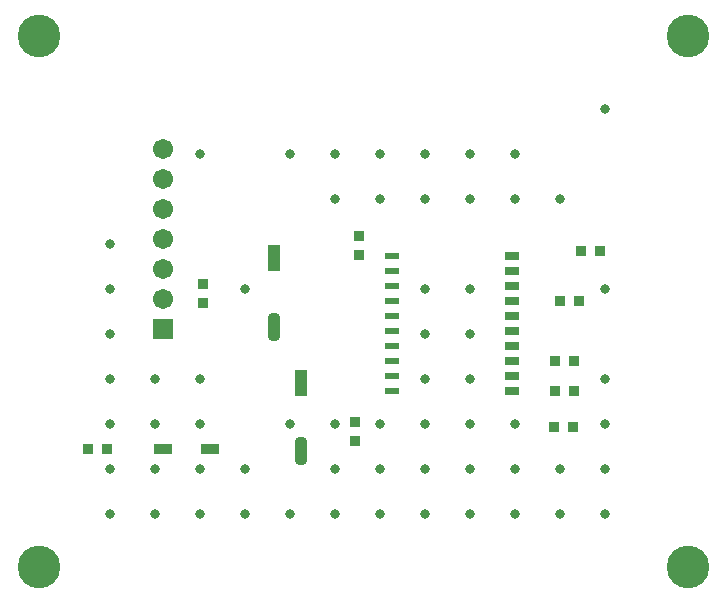
<source format=gts>
G04*
G04 #@! TF.GenerationSoftware,Altium Limited,Altium Designer,18.0.12 (696)*
G04*
G04 Layer_Color=8388736*
%FSLAX25Y25*%
%MOIN*%
G70*
G01*
G75*
%ADD15R,0.06115X0.03753*%
%ADD16R,0.03600X0.03800*%
%ADD17R,0.03950X0.09068*%
G04:AMPARAMS|DCode=18|XSize=90.68mil|YSize=39.5mil|CornerRadius=11.87mil|HoleSize=0mil|Usage=FLASHONLY|Rotation=270.000|XOffset=0mil|YOffset=0mil|HoleType=Round|Shape=RoundedRectangle|*
%AMROUNDEDRECTD18*
21,1,0.09068,0.01575,0,0,270.0*
21,1,0.06693,0.03950,0,0,270.0*
1,1,0.02375,-0.00787,-0.03347*
1,1,0.02375,-0.00787,0.03347*
1,1,0.02375,0.00787,0.03347*
1,1,0.02375,0.00787,-0.03347*
%
%ADD18ROUNDEDRECTD18*%
%ADD19R,0.03800X0.03600*%
%ADD20R,0.05131X0.02375*%
%ADD21R,0.05131X0.02729*%
%ADD22C,0.06706*%
%ADD23R,0.06706X0.06706*%
%ADD24C,0.03300*%
%ADD25C,0.14186*%
D15*
X303150Y216535D02*
D03*
X287402D02*
D03*
D16*
X268937D02*
D03*
X262559D02*
D03*
X426811Y282500D02*
D03*
X433189D02*
D03*
X426189Y266000D02*
D03*
X419811D02*
D03*
X424689Y245986D02*
D03*
X418311D02*
D03*
X424689Y235986D02*
D03*
X418311D02*
D03*
X424189Y223986D02*
D03*
X417811D02*
D03*
D17*
X333500Y238630D02*
D03*
X324500Y280130D02*
D03*
D18*
X333500Y215795D02*
D03*
X324500Y257295D02*
D03*
D19*
X301000Y265122D02*
D03*
Y271500D02*
D03*
X351486Y219311D02*
D03*
Y225689D02*
D03*
X353000Y281311D02*
D03*
Y287689D02*
D03*
D20*
X363843Y281000D02*
D03*
Y275803D02*
D03*
Y270803D02*
D03*
Y265803D02*
D03*
Y260803D02*
D03*
Y255803D02*
D03*
Y250803D02*
D03*
Y245803D02*
D03*
Y240803D02*
D03*
Y235803D02*
D03*
D21*
X404000Y281000D02*
D03*
Y276000D02*
D03*
Y271000D02*
D03*
Y266000D02*
D03*
Y261000D02*
D03*
Y256000D02*
D03*
Y251000D02*
D03*
Y246000D02*
D03*
Y241000D02*
D03*
Y236000D02*
D03*
D22*
X287500Y316500D02*
D03*
Y306500D02*
D03*
Y296500D02*
D03*
Y286500D02*
D03*
Y266500D02*
D03*
Y276500D02*
D03*
D23*
Y256500D02*
D03*
D24*
X435000Y330000D02*
D03*
Y270000D02*
D03*
Y240000D02*
D03*
Y225000D02*
D03*
Y210000D02*
D03*
Y195000D02*
D03*
X420000Y300000D02*
D03*
Y210000D02*
D03*
Y195000D02*
D03*
X405000Y315000D02*
D03*
Y300000D02*
D03*
Y225000D02*
D03*
Y210000D02*
D03*
Y195000D02*
D03*
X390000Y315000D02*
D03*
Y300000D02*
D03*
Y270000D02*
D03*
Y255000D02*
D03*
Y240000D02*
D03*
Y225000D02*
D03*
Y210000D02*
D03*
Y195000D02*
D03*
X375000Y315000D02*
D03*
Y300000D02*
D03*
Y270000D02*
D03*
Y255000D02*
D03*
Y240000D02*
D03*
Y225000D02*
D03*
Y210000D02*
D03*
Y195000D02*
D03*
X360000Y315000D02*
D03*
Y300000D02*
D03*
Y225000D02*
D03*
Y210000D02*
D03*
Y195000D02*
D03*
X345000Y315000D02*
D03*
Y300000D02*
D03*
Y225000D02*
D03*
Y210000D02*
D03*
Y195000D02*
D03*
X330000Y315000D02*
D03*
Y225000D02*
D03*
Y195000D02*
D03*
X315000Y270000D02*
D03*
Y210000D02*
D03*
Y195000D02*
D03*
X300000Y315000D02*
D03*
Y240000D02*
D03*
Y225000D02*
D03*
Y210000D02*
D03*
Y195000D02*
D03*
X285000Y240000D02*
D03*
Y225000D02*
D03*
Y210000D02*
D03*
Y195000D02*
D03*
X270000Y285000D02*
D03*
Y270000D02*
D03*
Y255000D02*
D03*
Y240000D02*
D03*
Y225000D02*
D03*
Y210000D02*
D03*
Y195000D02*
D03*
D25*
X246063Y354331D02*
D03*
X462598D02*
D03*
Y177165D02*
D03*
X246063D02*
D03*
M02*

</source>
